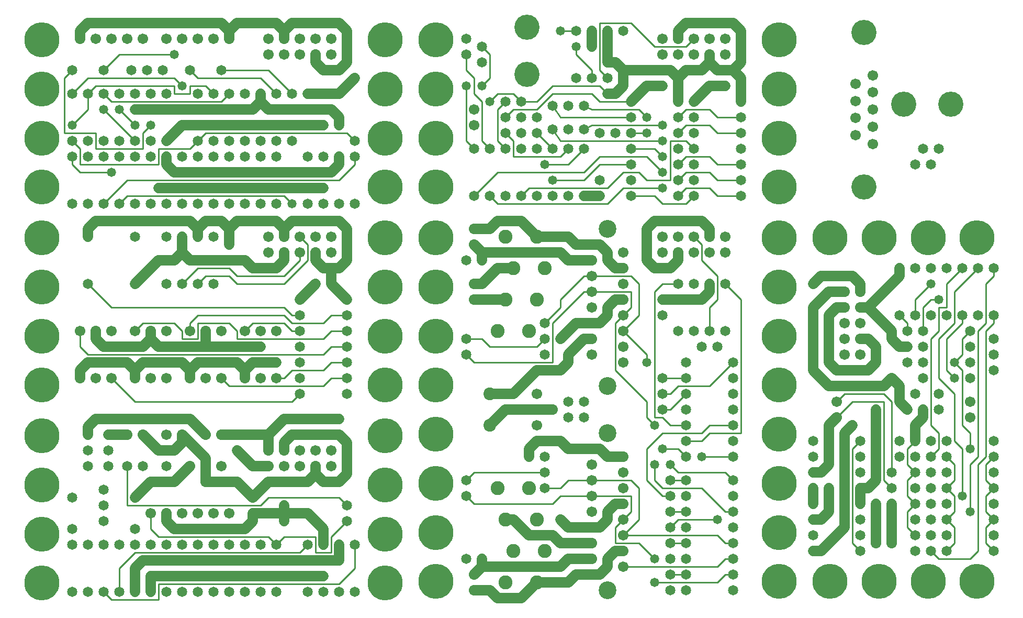
<source format=gtl>
%MOIN*%
%FSLAX25Y25*%
G04 D10 used for Character Trace; *
G04     Circle (OD=.01000) (No hole)*
G04 D11 used for Power Trace; *
G04     Circle (OD=.06500) (No hole)*
G04 D12 used for Signal Trace; *
G04     Circle (OD=.01100) (No hole)*
G04 D13 used for Via; *
G04     Circle (OD=.05800) (Round. Hole ID=.02800)*
G04 D14 used for Component hole; *
G04     Circle (OD=.06500) (Round. Hole ID=.03500)*
G04 D15 used for Component hole; *
G04     Circle (OD=.06700) (Round. Hole ID=.04300)*
G04 D16 used for Component hole; *
G04     Circle (OD=.08100) (Round. Hole ID=.05100)*
G04 D17 used for Component hole; *
G04     Circle (OD=.08900) (Round. Hole ID=.05900)*
G04 D18 used for Component hole; *
G04     Circle (OD=.11300) (Round. Hole ID=.08300)*
G04 D19 used for Component hole; *
G04     Circle (OD=.16000) (Round. Hole ID=.13000)*
G04 D20 used for Component hole; *
G04     Circle (OD=.18300) (Round. Hole ID=.15300)*
G04 D21 used for Component hole; *
G04     Circle (OD=.22291) (Round. Hole ID=.19291)*
%ADD10C,.01000*%
%ADD11C,.06500*%
%ADD12C,.01100*%
%ADD13C,.05800*%
%ADD14C,.06500*%
%ADD15C,.06700*%
%ADD16C,.08100*%
%ADD17C,.08900*%
%ADD18C,.11300*%
%ADD19C,.16000*%
%ADD20C,.18300*%
%ADD21C,.22291*%
%IPPOS*%
%LPD*%
G90*X0Y0D02*D21*X15625Y15625D03*D14*              
X35000Y10000D03*Y40000D03*D21*X15625Y46875D03*D14*
X45000Y10000D03*Y40000D03*X35000Y50000D03*        
X55000Y55000D03*Y10000D03*D12*X60000Y5000D01*     
X90000D01*Y15000D01*X205000D01*X215000Y25000D01*  
Y40000D01*D14*D03*D11*X175000Y30000D02*X205000D01*
D14*X175000D03*D11*X95000D01*D13*D03*D11*         
X80000D01*X75000Y25000D01*Y10000D01*D14*D03*D11*  
X85000Y20000D02*Y10000D01*D14*D03*X95000D03*D11*  
X85000Y20000D02*X175000D01*D14*D03*D11*X195000D01*
D13*D03*D14*X205000Y10000D03*D11*Y40000D02*       
Y30000D01*D14*Y40000D03*D12*X200000Y45000D02*     
Y35000D01*X190000D01*Y45000D01*X170000D01*        
X165000Y40000D01*D14*D03*D12*X160000Y45000D01*    
X90000D01*X85000Y50000D01*Y60000D01*D15*D03*D14*  
X75000Y70000D03*D11*X85000Y80000D01*X95000D01*D14*
D03*D11*X100000D01*X110000Y90000D01*D15*D03*      
X120000Y80000D03*D11*Y95000D01*X105000Y110000D01* 
D15*D03*D11*Y105000D01*X100000Y100000D01*         
X90000D01*X80000Y110000D01*D15*D03*X70000D03*D11* 
X58000D01*D14*D03*X45000Y100000D03*D11*Y115000D02*
Y110000D01*D14*D03*D11*Y115000D02*                
X50000Y120000D01*X110000D01*X120000Y110000D01*D15*
D03*X130000D03*D11*X160000D01*Y100000D01*D15*D03* 
X170000Y90000D03*D11*X140000Y100000D02*           
X150000Y90000D01*D13*X140000Y100000D03*D11*       
X150000Y90000D02*X160000D01*D15*D03*              
X170000Y100000D03*D11*Y105000D01*                 
X175000Y110000D01*X205000D01*X210000Y105000D01*   
Y85000D01*X205000Y80000D01*X195000D01*            
X190000Y85000D01*X185000Y80000D01*X160000D01*     
X150000Y70000D01*D14*D03*D11*X140000Y80000D01*    
X120000D01*D15*X130000Y90000D03*X105000Y60000D03* 
X115000D03*X125000D03*X135000D03*D11*X95000D02*   
Y55000D01*D15*Y60000D03*D11*Y55000D02*            
X100000Y50000D01*X145000D01*X150000Y55000D01*     
Y60000D01*D14*D03*D11*X170000D01*Y65000D01*D14*   
D03*D11*Y60000D02*Y55000D01*D14*D03*D11*Y60000D02*
X185000D01*X195000Y50000D01*Y40000D01*D14*D03*D12*
X200000Y45000D02*X210000Y55000D01*D14*D03*        
Y65000D03*D12*X205000Y70000D01*X160000D01*        
X155000Y65000D01*X70000D01*Y90000D01*D14*D03*     
X80000D03*X55000Y75000D03*X58000Y100000D03*       
Y90000D03*X55000Y65000D03*X95000Y90000D03*        
X45000D03*D15*X95000Y110000D03*D14*               
X35000Y70000D03*X75000Y50000D03*X55000Y40000D03*  
X65000D03*X75000D03*X85000D03*X95000D03*          
X105000D03*X115000D03*X125000D03*D21*             
X15625Y109375D03*D12*X65000Y25000D02*             
X75000Y35000D01*X65000Y25000D02*Y10000D01*D14*D03*
D12*X75000Y35000D02*X180000D01*X185000Y40000D01*  
D14*D03*X215000Y10000D03*X155000D03*X165000D03*   
X155000Y40000D03*X185000Y10000D03*X195000D03*     
X145000Y40000D03*Y10000D03*D11*X190000Y90000D02*  
Y85000D01*D15*Y90000D03*X200000Y100000D03*        
X180000D03*X200000Y90000D03*X190000Y100000D03*    
X180000Y90000D03*D11*X160000Y110000D02*           
X170000Y120000D01*X205000D01*D13*D03*D21*         
X234375Y109375D03*Y78125D03*Y46875D03*D14*        
X135000Y40000D03*D21*X234375Y15625D03*D14*        
X105000Y10000D03*X115000D03*X125000D03*X135000D03*
D21*X15625Y78125D03*G90*X0Y1000D02*D12*           
X60000Y146000D02*X75000Y131000D01*D15*            
X60000Y146000D03*D11*Y156000D02*X70000D01*D13*    
X60000D03*D11*X45000D01*X40000Y151000D01*         
Y146000D01*D15*D03*X50000D03*D12*X40000Y166000D02*
X45000Y161000D01*X40000Y176000D02*Y166000D01*D15* 
Y176000D03*D11*X50000D02*Y171000D01*D15*          
Y176000D03*D11*Y171000D02*X55000Y166000D01*       
X80000D01*X85000Y171000D01*Y176000D01*D15*D03*D12*
X75000D02*X80000Y181000D01*D15*X75000Y176000D03*  
D12*X80000Y181000D02*X100000D01*X105000Y176000D01*
Y171000D01*X115000D01*Y181000D01*X135000D01*      
X140000Y176000D01*Y171000D01*X195000D01*          
X200000Y176000D01*X210000D01*D14*D03*D12*         
X195000Y181000D02*X200000Y186000D01*              
X175000Y181000D02*X195000D01*X170000Y186000D02*   
X175000Y181000D01*X115000Y186000D02*X170000D01*   
X110000Y181000D02*X115000Y186000D01*              
X110000Y181000D02*Y176000D01*D15*D03*D11*         
X90000Y166000D02*X120000D01*X85000Y171000D02*     
X90000Y166000D01*D15*X95000Y176000D03*D11*        
X70000Y156000D02*X75000Y151000D01*Y146000D01*D15* 
D03*D11*Y151000D02*X80000Y156000D01*X95000D01*D13*
D03*D11*X105000D01*X110000Y151000D01*Y146000D01*  
D15*D03*D11*Y151000D02*X115000Y156000D01*         
X130000D01*D13*D03*D11*X140000D01*                
X145000Y151000D01*Y146000D01*D15*D03*D11*         
Y151000D02*X150000Y156000D01*X165000D01*D13*D03*  
X155000Y166000D03*D11*X120000D01*Y176000D01*D15*  
D03*X130000D03*X145000D03*D12*X150000Y181000D01*  
X170000D01*X175000Y176000D01*X180000D01*D14*D03*  
Y186000D03*D12*X175000D01*X170000Y191000D01*      
X60000D01*X45000Y206000D01*D14*D03*               
X75000Y236000D03*D21*X15625Y235375D03*D14*        
X75000Y206000D03*D11*X90000Y221000D01*X100000D01* 
X105000Y226000D01*Y236000D01*D14*D03*D11*         
X50000Y246000D02*X110000D01*X45000Y241000D02*     
X50000Y246000D01*X45000Y241000D02*Y236000D01*D14* 
D03*D21*X15625Y204125D03*D14*X95000Y206000D03*    
Y236000D03*X105000Y206000D03*D12*                 
X115000Y216000D01*X135000D01*X140000Y211000D01*   
X170000D01*X180000Y221000D01*Y226000D01*D15*D03*  
D12*X170000Y206000D02*X185000Y221000D01*          
X140000Y206000D02*X170000D01*X135000Y211000D02*   
X140000Y206000D01*X120000Y211000D02*X135000D01*   
X115000Y206000D02*X120000Y211000D01*D14*          
X115000Y206000D03*X125000D03*D11*                 
X105000Y226000D02*X110000Y221000D01*X135000D01*   
D14*D03*D11*X145000D01*X150000Y216000D01*         
X165000D01*X170000Y221000D01*Y226000D01*D15*D03*  
X180000Y236000D03*D12*X185000Y231000D01*          
Y221000D01*D15*X190000Y226000D03*D11*Y221000D01*  
X195000Y216000D01*X200000D01*Y206000D01*D14*D03*  
D11*X210000Y196000D01*D14*D03*D12*                
X200000Y186000D02*X210000D01*D14*D03*             
X190000Y206000D03*D11*X180000Y196000D01*D14*D03*  
D11*X200000Y216000D02*X205000D01*                 
X210000Y221000D01*Y241000D01*X205000Y246000D01*   
X175000D01*X170000Y241000D01*X165000Y246000D01*   
X140000D01*X135000Y241000D01*X130000Y246000D01*   
X120000D01*X115000Y241000D01*X110000Y246000D01*   
X115000Y241000D02*Y236000D01*D14*D03*X125000D03*  
X135000Y231000D03*D11*Y241000D01*D15*             
X160000Y226000D03*Y236000D03*X170000D03*D11*      
Y241000D01*D15*X190000Y236000D03*                 
X200000Y226000D03*Y236000D03*D21*                 
X234375Y204125D03*D15*X155000Y176000D03*D21*      
X234375Y235375D03*D15*X165000Y176000D03*D21*      
X234375Y172875D03*D14*X180000Y166000D03*D12*      
X195000Y161000D02*X200000Y166000D01*              
X45000Y161000D02*X195000D01*D15*X60000Y176000D03* 
D12*X75000Y131000D02*X175000D01*X180000Y136000D01*
D14*D03*D12*X165000Y146000D02*X170000D01*D15*     
X165000D03*D12*X170000D02*X175000Y151000D01*      
X195000D01*X200000Y156000D01*X210000D01*D14*D03*  
D12*X200000Y166000D02*X210000D01*D14*D03*D12*     
X195000Y141000D02*X200000Y146000D01*              
X135000Y141000D02*X195000D01*X130000Y146000D02*   
X135000Y141000D01*D15*X130000Y146000D03*          
X120000D03*X155000D03*X95000D03*X85000D03*D14*    
X180000D03*Y156000D03*D12*X200000Y146000D02*      
X210000D01*D14*D03*Y136000D03*D21*                
X234375Y141625D03*X15625Y172875D03*Y141625D03*G90*
X0Y2000D02*D14*X215000Y257000D03*X205000D03*      
X195000D03*X185000D03*D13*X175000D03*D12*         
X170000Y262000D01*X70000D01*X65000Y257000D01*D14* 
D03*X75000D03*X55000D03*D12*X70000Y272000D01*     
X205000D01*X215000Y282000D01*Y287000D01*D14*D03*  
Y297000D03*D12*X210000Y302000D01*X120000D01*      
X115000Y297000D01*D14*D03*D12*X110000Y292000D01*  
X90000D01*Y282000D01*X40000D01*Y292000D01*        
X35000Y297000D01*D14*D03*D12*X30000Y337000D02*    
Y302000D01*Y337000D02*X35000Y342000D01*D14*D03*   
D12*Y327000D02*X45000Y337000D01*D14*              
X35000Y327000D03*D12*Y307000D02*X45000Y317000D01* 
D13*X35000Y307000D03*D12*X30000Y302000D02*        
X50000D01*Y292000D01*X80000D01*Y302000D01*        
X85000Y307000D01*D13*D03*D14*X95000Y297000D03*D11*
X105000Y307000D01*D14*D03*D11*X175000D01*D13*D03* 
D11*X185000D01*D14*D03*D11*X195000D01*D14*D03*    
X185000Y317000D03*D11*X160000D01*                 
X155000Y322000D01*X150000Y317000D01*X105000D01*   
D14*D03*D11*X75000D01*D13*D03*D14*                
X85000Y327000D03*X65000D03*X75000D03*D13*         
X65000Y317000D03*D12*X75000Y307000D01*D13*D03*D14*
X85000Y297000D03*X65000D03*X75000D03*D12*         
X55000Y317000D01*D13*D03*D12*Y327000D02*          
X60000Y322000D01*D14*X55000Y327000D03*D12*        
X60000Y322000D02*X130000D01*X135000Y327000D01*D14*
D03*X145000D03*X125000D03*D12*X120000Y332000D01*  
X110000D01*Y327000D01*X100000D01*Y332000D01*      
X50000D01*X45000Y327000D01*D14*D03*D12*Y317000D01*
Y337000D02*X100000D01*X105000Y332000D01*D13*D03*  
D14*X115000Y327000D03*X110000Y342000D03*D12*      
X115000Y337000D01*X155000D01*X165000Y327000D01*   
D14*D03*X175000D03*D12*X160000Y342000D01*         
X130000D01*D14*D03*D15*X135000Y362000D03*D11*     
Y367000D01*X130000Y372000D01*X60000D01*D13*D03*   
D11*X45000D01*X40000Y367000D01*Y362000D01*D15*D03*
X50000D03*X60000D03*D14*X55000Y342000D03*D12*     
X65000Y352000D01*X100000D01*D13*D03*D14*          
X92500Y342000D03*D15*X105000Y362000D03*X95000D03* 
X115000D03*X80000D03*D14*X82500Y342000D03*        
X95000Y327000D03*D15*X125000Y362000D03*X70000D03* 
D14*X72500Y342000D03*D11*X135000Y367000D02*       
X140000Y372000D01*X165000D01*X170000Y367000D01*   
Y362000D01*D15*D03*D11*Y367000D02*                
X175000Y372000D01*X205000D01*X210000Y367000D01*   
Y347000D01*X205000Y342000D01*D13*D03*D11*         
X195000D01*X190000Y347000D01*Y352000D01*D15*D03*  
X200000Y362000D03*X180000D03*X200000Y352000D03*   
X190000Y362000D03*X180000Y352000D03*X170000D03*   
D14*X215000Y337000D03*D11*X205000Y327000D01*      
X195000D01*D13*D03*D11*X185000D01*D13*D03*D11*    
Y317000D02*X200000D01*X205000Y312000D01*          
Y307000D01*D14*D03*X185000Y287000D03*X195000D03*  
X205000D03*D11*Y282000D01*X200000Y277000D01*      
X175000D01*D14*D03*D11*X100000D01*                
X95000Y282000D01*Y287000D01*D14*D03*X105000D03*   
X85000D03*D13*X90000Y267000D03*D11*X175000D01*D10*
X176914Y267837D02*X177871Y267000D01*X172129D01*   
Y267837D02*Y266163D01*D14*X175000Y267000D03*D11*  
X195000D01*D13*D03*D10*X176914Y267837D02*         
X177871Y267000D01*X172129D01*Y267837D02*          
Y266163D01*D14*X165000Y297000D03*Y287000D03*      
Y257000D03*X175000Y297000D03*X155000D03*          
Y287000D03*D21*X234375Y267625D03*D14*             
X155000Y257000D03*D21*X234375Y298875D03*D14*      
X145000Y297000D03*Y287000D03*Y257000D03*D11*      
X155000Y327000D02*Y322000D01*D14*Y327000D03*D15*  
X160000Y352000D03*D14*X125000Y297000D03*          
X135000D03*D15*X160000Y362000D03*D14*             
X115000Y287000D03*X125000D03*X135000D03*          
X85000Y257000D03*X95000D03*X105000D03*X115000D03* 
X125000D03*X135000D03*D21*X234375Y330125D03*      
Y361375D03*D14*X75000Y287000D03*X65000D03*D13*    
X60000Y277000D03*D12*X40000D01*X35000Y282000D01*  
Y287000D01*D14*D03*X45000Y297000D03*Y287000D03*   
D21*X15625Y267625D03*Y298875D03*D14*              
X55000Y287000D03*Y297000D03*X35000Y257000D03*     
X45000D03*D21*X15625Y330125D03*Y361375D03*G90*    
X1000Y1000D02*X266625Y16625D03*Y47875D03*         
Y79125D03*Y110375D03*Y141625D03*Y172875D03*       
Y204125D03*Y235375D03*D14*X286000Y31000D03*       
Y71000D03*D12*X291000Y66000D01*X341000D01*        
X346000Y71000D01*X366000D01*D15*D03*D12*          
X391000D01*Y61000D01*X386000Y56000D01*D15*D03*D12*
X381000Y51000D01*Y41000D01*X396000D01*            
X406000Y31000D01*D13*D03*D14*X416000Y21000D03*D12*
X426000D01*D14*D03*X416000Y31000D03*Y11000D03*    
X426000Y31000D03*Y11000D03*D12*X406000Y16000D02*  
X446000D01*D13*X406000D03*D15*X386000Y36000D03*   
D11*X381000D01*X376000Y31000D01*Y26000D01*        
X371000Y21000D01*X356000D01*X351000Y16000D01*     
X331000D01*D17*D03*D11*X321000Y6000D01*X306000D01*
X301000Y11000D01*X291000D01*D15*D03*Y21000D03*D11*
X296000Y26000D01*Y31000D01*D14*D03*D11*Y26000D02* 
X346000D01*D13*D03*D11*X351000Y31000D01*          
X366000D01*D15*D03*Y41000D03*D11*X346000D01*      
X341000Y46000D01*X326000D01*X316000Y56000D01*     
X311000D01*D17*D03*X326000Y76000D03*              
X331000Y56000D03*X306000Y76000D03*                
X316000Y36000D03*D14*X286000Y81000D03*D12*        
X291000Y86000D01*X336000D01*D14*D03*D12*Y76000D02*
X346000D01*D14*X336000D03*D12*X346000D02*         
X351000Y81000D01*X366000D01*D15*D03*D12*          
X391000D01*X396000Y76000D01*Y56000D01*            
X386000Y46000D01*D15*D03*D12*X446000D01*          
X451000Y41000D01*X456000D01*D14*D03*D12*          
X446000Y26000D02*X451000Y31000D01*                
X386000Y26000D02*X446000D01*D15*X386000D03*D18*   
X376000Y11000D03*D11*X366000Y51000D02*X371000D01* 
D15*X366000D03*D11*X351000D01*X346000Y56000D01*   
D13*D03*D17*X336000Y36000D03*D15*X366000Y61000D03*
D11*X371000Y51000D02*X376000Y56000D01*Y61000D01*  
X381000Y66000D01*X386000D01*D15*D03*Y76000D03*D12*
X401000Y101000D02*Y81000D01*Y101000D02*           
X411000Y111000D01*X436000D01*X441000Y116000D01*   
X456000D01*D14*D03*D12*X441000Y111000D02*         
X461000D01*X436000Y106000D02*X441000Y111000D01*   
X426000Y106000D02*X436000D01*D14*X426000D03*D12*  
X411000Y101000D02*X421000D01*D13*X411000D03*      
X406000Y91000D03*D12*Y81000D01*X411000Y76000D01*  
X436000D01*X451000Y61000D01*X456000D01*D14*D03*   
Y71000D03*Y51000D03*D13*X446000Y56000D03*D12*     
X421000D01*X416000Y51000D01*D14*D03*              
X426000Y41000D03*D12*X416000D01*D14*D03*          
X426000Y51000D03*Y61000D03*D12*X416000D01*D14*D03*
X426000Y71000D03*X416000D03*D12*X411000D01*       
X401000Y81000D01*D15*X386000Y96000D03*D11*        
X376000D01*X371000Y101000D01*X351000D01*          
X346000Y106000D01*X331000D01*X326000Y101000D01*   
Y96000D01*D14*D03*X336000D03*D15*                 
X331000Y116000D03*D14*X351000Y121000D03*D16*      
X301000Y116000D03*D11*X311000Y126000D01*          
X321000D01*D13*D03*D11*X341000D01*D15*D03*        
X331000Y136000D03*D14*X351000Y131000D03*          
X361000Y121000D03*Y131000D03*D11*                 
X301000Y136000D02*X316000D01*D16*X301000D03*D11*  
X316000D02*X331000Y151000D01*X336000D01*D14*D03*  
D11*X346000D01*X351000Y156000D01*Y161000D01*      
X361000Y171000D01*X366000D01*D15*D03*D11*         
X346000D02*X356000Y181000D01*D13*                 
X346000Y171000D03*D11*X356000Y181000D02*          
X366000D01*D15*D03*D11*X371000D01*                
X376000Y186000D01*Y191000D01*X381000Y196000D01*   
X386000D01*D15*D03*D12*Y186000D02*                
X391000Y191000D01*D15*X386000Y186000D03*D12*      
X381000Y181000D01*Y151000D01*X401000Y131000D01*   
Y121000D01*X406000Y116000D01*D13*D03*D12*         
Y121000D02*X411000D01*X406000Y201000D02*          
Y121000D01*Y201000D02*X411000Y206000D01*          
X421000D01*D14*D03*X411000Y196000D03*D11*         
X436000D01*X441000Y201000D01*Y206000D01*D14*D03*  
D12*X436000Y221000D02*X446000Y211000D01*          
X436000Y231000D02*Y221000D01*X431000Y236000D02*   
X436000Y231000D01*D15*X431000Y236000D03*          
X441000Y226000D03*X421000D03*D11*Y221000D01*      
X416000Y216000D01*X406000D01*X401000Y221000D01*   
Y241000D01*X406000Y246000D01*X436000D01*          
X441000Y241000D01*Y236000D01*D15*D03*             
X451000Y226000D03*X431000D03*X451000Y236000D03*   
X421000D03*D12*X446000Y211000D02*Y196000D01*      
X441000Y191000D01*Y176000D01*D14*D03*             
X436000Y166000D03*X451000Y176000D03*X431000D03*   
X446000Y166000D03*D12*X451000Y206000D02*          
X461000Y196000D01*D14*X451000Y206000D03*D12*      
X461000Y196000D02*Y111000D01*D14*                 
X456000Y106000D03*Y96000D03*D12*X436000D01*D13*   
D03*D14*X426000D03*D12*X421000Y101000D01*D13*     
X416000Y91000D03*D12*X421000Y86000D01*X451000D01* 
X456000Y81000D01*D14*D03*D21*X485375Y110375D03*   
Y79125D03*D14*X426000Y81000D03*D12*X416000D01*D14*
D03*D15*X386000Y86000D03*D14*X426000Y116000D03*   
D12*X416000D01*X411000Y121000D01*Y126000D02*      
X416000D01*D14*X411000D03*D12*X416000D02*         
X426000Y136000D01*D14*D03*D12*X416000D02*         
X421000Y141000D01*X411000Y136000D02*X416000D01*   
D14*X411000D03*Y146000D03*D12*X426000D01*D14*D03* 
D12*X421000Y141000D02*X441000D01*                 
X456000Y156000D01*D14*D03*Y146000D03*Y136000D03*  
X426000Y126000D03*D21*X485375Y141625D03*D14*      
X426000Y156000D03*X456000Y126000D03*D21*          
X485375Y172875D03*D14*X421000Y176000D03*          
X411000Y186000D03*D21*X485375Y204125D03*D14*      
X431000Y206000D03*D12*X386000Y176000D02*          
X401000Y161000D01*D15*X386000Y176000D03*D12*      
X396000Y186000D01*Y206000D01*X391000Y211000D01*   
X366000D01*D15*D03*D12*X361000D01*                
X346000Y196000D01*Y191000D01*X336000Y181000D01*   
D14*D03*D12*X341000D02*Y156000D01*X291000D01*     
X286000Y161000D01*D14*D03*D12*Y171000D02*         
X296000D01*D14*X286000D03*D12*X296000D02*         
X301000Y166000D01*X331000D01*X336000Y171000D01*   
D14*D03*D12*X341000Y181000D02*X361000Y201000D01*  
X366000D01*D15*D03*D12*X391000D01*Y191000D01*D15* 
X386000Y206000D03*Y166000D03*X366000Y191000D03*   
X386000Y216000D03*D11*X381000D01*                 
X376000Y221000D01*Y226000D01*X371000Y231000D01*   
X356000D01*X351000Y236000D01*X331000D01*D17*D03*  
D11*X321000Y246000D01*X306000D01*                 
X301000Y241000D01*X291000D01*D15*D03*Y231000D03*  
D11*X296000Y226000D01*Y221000D01*D14*D03*D11*     
Y226000D02*X346000D01*X351000Y221000D01*          
X366000D01*D15*D03*D18*X376000Y241000D03*D15*     
X386000Y226000D03*D17*X336000Y216000D03*          
X331000Y196000D03*X326000Y176000D03*D15*          
X411000Y226000D03*Y236000D03*D17*                 
X316000Y216000D03*D11*X306000D01*                 
X296000Y206000D01*X291000D01*D15*D03*Y196000D03*  
D11*X311000D01*D17*D03*X306000Y176000D03*D14*     
X286000Y221000D03*X336000Y161000D03*D17*          
X311000Y236000D03*D15*X366000Y161000D03*D18*      
X376000Y141000D03*D15*X386000Y156000D03*D18*      
X376000Y111000D03*D13*X401000Y156000D03*D12*      
Y161000D01*D15*X366000Y91000D03*D21*              
X485375Y235375D03*Y47875D03*D12*X451000Y31000D02* 
X456000D01*D14*D03*D12*X446000Y16000D02*          
X451000Y21000D01*X456000D01*D14*D03*Y11000D03*D21*
X485375Y16625D03*D17*X311000Y16000D03*G90*        
X1000Y2000D02*D21*X266625Y267625D03*D14*          
X291000Y292000D03*D12*X286000Y297000D01*          
Y332000D01*D13*D03*D12*X291000Y337000D02*         
Y327000D01*X286000Y342000D02*X291000Y337000D01*   
X286000Y352000D02*Y342000D01*D14*Y352000D03*      
X296000Y347000D03*X286000Y362000D03*              
X296000Y357000D03*D12*X301000Y352000D01*          
Y337000D01*X296000Y332000D01*D13*D03*D12*         
X291000Y327000D02*X296000Y322000D01*Y297000D01*   
X301000Y292000D01*D14*D03*D12*X306000Y317000D02*  
Y297000D01*Y317000D02*X311000Y322000D01*D14*D03*  
D12*Y312000D02*X316000Y317000D01*D14*             
X311000Y312000D03*D12*X316000Y317000D02*          
X331000D01*X341000Y327000D01*X366000D01*          
X371000Y322000D01*X391000D01*D14*D03*D11*         
X401000Y332000D01*X411000D01*D14*D03*             
X421000Y322000D03*D11*Y332000D01*D14*D03*D11*     
Y337000D01*X416000Y342000D01*X386000D01*          
X381000Y347000D01*X376000D01*D13*D03*D11*         
Y367000D01*D14*D03*D12*X371000Y372000D02*         
Y342000D01*X376000Y337000D01*D14*D03*D12*         
X341000Y332000D02*X371000D01*X331000Y322000D02*   
X341000Y332000D01*X321000Y322000D02*X331000D01*   
D14*X321000D03*D12*X316000Y327000D01*X306000D01*  
X301000Y322000D01*D13*D03*D15*X291000Y317000D03*  
Y307000D03*D14*X321000Y302000D03*Y312000D03*      
X311000Y302000D03*D12*X316000Y297000D01*          
Y287000D01*X346000D01*X351000Y292000D01*D14*D03*  
D12*X341000Y304500D02*X346000Y297000D01*D14*      
X341000Y304500D03*D12*X346000Y297000D02*          
X411000D01*D13*D03*D12*X391000Y292000D02*         
X406000D01*D14*X391000D03*D13*X401000Y302000D03*  
D12*X391000D01*D14*D03*D13*X401000Y312000D03*D12* 
X396000Y317000D01*X366000D01*X361000Y319500D01*   
D14*D03*X351000D03*D12*X361000Y304500D02*         
X366000Y307000D01*D14*X361000Y304500D03*D12*      
X366000Y307000D02*X411000D01*D13*D03*D14*         
X421000Y302000D03*D12*X426000Y307000D01*          
X441000D01*X446000Y302000D01*X461000D01*D14*D03*  
Y312000D03*D12*X446000D01*X441000Y317000D01*      
X426000D01*X421000Y312000D01*D14*D03*             
X431000Y302000D03*Y322000D03*D11*                 
X441000Y332000D01*X451000D01*D14*D03*             
X461000Y322000D03*D11*Y332000D01*D14*D03*D11*     
Y337000D01*X456000Y342000D01*X446000D01*          
X441000Y347000D01*X436000Y342000D01*X426000D01*   
X421000Y337000D01*D15*X431000Y352000D03*          
X421000D03*X411000D03*D12*X406000Y357000D02*      
X426000D01*X391000Y372000D02*X406000Y357000D01*   
X371000Y372000D02*X391000D01*D14*                 
X366000Y367000D03*D11*Y357000D01*D13*D03*D14*     
X356000Y367000D03*D12*X346000D01*D13*D03*         
X356000Y357000D03*D12*Y352000D01*                 
X366000Y342000D01*Y337000D01*D14*D03*D12*         
X371000Y332000D02*X376000Y327000D01*D13*D03*D11*  
X381000D01*X386000Y332000D01*Y337000D01*D14*D03*  
D11*Y342000D01*D14*Y367000D03*D15*                
X411000Y362000D03*D14*X356000Y337000D03*          
X391000Y312000D03*D12*X346000D01*                 
X341000Y319500D01*D14*D03*X331000Y312000D03*      
Y302000D03*D12*X341000Y292000D01*D14*D03*D12*     
X336000Y282000D02*X351000D01*D13*X336000D03*D14*  
X331000Y292000D03*D13*X341000Y272000D03*D12*      
X361000D01*X371000Y282000D01*X391000D01*D14*D03*  
D12*X386000Y277000D02*X396000D01*                 
X376000Y267000D02*X386000Y277000D01*              
X326000Y267000D02*X376000D01*X321000Y262000D02*   
X326000Y267000D01*D14*X321000Y262000D03*          
X331000D03*X311000D03*D12*X291000D02*             
X306000Y277000D01*D14*X291000Y262000D03*          
X301000D03*D12*X306000Y257000D01*X376000D01*      
X386000Y267000D01*X411000D01*D13*D03*D12*         
X401000Y272000D02*X416000D01*X396000Y277000D02*   
X401000Y272000D01*D14*X391000D03*D12*             
X371000Y287000D02*X401000D01*X361000Y277000D02*   
X371000Y287000D01*X306000Y277000D02*X361000D01*   
D14*X321000Y292000D03*X311000D03*D12*             
X306000Y297000D01*D14*X341000Y262000D03*D21*      
X266625Y330125D03*Y298875D03*D14*                 
X351000Y262000D03*D19*X324500Y339500D03*D12*      
X351000Y282000D02*X361000Y292000D01*D14*D03*      
X371000Y302000D03*X351000Y304500D03*              
X381000Y302000D03*X371000Y272000D03*              
X391000Y262000D03*D12*X406000D01*                 
X411000Y257000D01*X426000D01*X431000Y262000D01*   
D14*D03*D12*X421000D02*X426000Y267000D01*D14*     
X421000Y262000D03*D12*X426000Y267000D02*          
X441000D01*X446000Y262000D01*X461000D01*D14*D03*  
Y272000D03*D12*X446000D01*X441000Y277000D01*      
X426000D01*X421000Y272000D01*D14*D03*D12*         
X416000Y297000D02*Y272000D01*Y297000D02*          
X426000D01*X431000Y292000D01*D14*D03*D12*         
X421000Y282000D02*X426000Y287000D01*D14*          
X421000Y282000D03*D12*X426000Y287000D02*          
X441000D01*X446000Y282000D01*X461000D01*D14*D03*  
Y292000D03*D21*X485375Y267625D03*Y298875D03*D14*  
X431000Y312000D03*Y282000D03*Y272000D03*          
X421000Y292000D03*D21*X485375Y330125D03*D13*      
X411000Y287000D03*D12*X406000Y292000D01*          
X401000Y287000D02*X411000Y277000D01*D13*D03*D14*  
X371000Y262000D03*D11*X361000D01*D14*D03*D11*     
X441000Y352000D02*Y347000D01*D15*Y352000D03*      
X451000Y362000D03*X431000D03*D12*                 
X426000Y357000D01*D15*X421000Y362000D03*D11*      
Y367000D01*X426000Y372000D01*X456000D01*          
X461000Y367000D01*Y347000D01*X456000Y342000D01*   
D15*X451000Y352000D03*X441000Y362000D03*D21*      
X485375Y361375D03*D19*X324500Y369500D03*D21*      
X266625Y361375D03*G90*X2000Y1000D02*D14*          
X507000Y36000D03*D11*X512000D01*X527000Y51000D01* 
Y111000D01*X532000Y116000D01*D13*D03*D15*         
X522000Y121000D03*D11*X517000Y116000D01*Y91000D01*
X512000Y86000D01*X507000D01*D14*D03*D13*          
X517000Y76000D03*D11*Y61000D01*X512000Y56000D01*  
X507000D01*D14*D03*Y66000D03*D11*Y76000D01*D14*   
D03*Y96000D03*D12*X532000Y41000D02*Y101000D01*    
X537000Y36000D02*X532000Y41000D01*D14*            
X537000Y36000D03*Y46000D03*D15*X547000Y41000D03*  
D11*Y66000D01*D14*D03*X557000Y76000D03*D12*       
X552000Y81000D01*Y131000D01*X532000D01*           
X522000Y121000D01*D15*Y131000D03*D12*             
X527000Y136000D01*X552000D01*X557000Y131000D01*   
Y86000D01*D14*D03*D13*X547000Y96000D03*D11*       
Y81000D01*X542000Y76000D01*X537000D01*D14*D03*D11*
Y66000D01*D14*D03*Y56000D03*X557000Y66000D03*D11* 
Y41000D01*D15*D03*D12*X572000Y46000D02*           
X567000Y51000D01*D14*X572000Y46000D03*D12*        
X567000Y51000D02*Y61000D01*X572000Y66000D01*D14*  
D03*D12*X567000Y71000D01*Y81000D01*               
X572000Y86000D01*D14*D03*D12*X567000Y91000D01*    
Y101000D01*X572000Y106000D01*D14*D03*D11*         
Y116000D01*X577000Y121000D01*Y126000D01*D14*D03*  
X587000Y136000D03*Y126000D03*X567000D03*D11*      
X562000Y131000D01*Y141000D01*X557000Y146000D01*   
D13*D03*D11*X552000Y141000D01*X517000D01*         
X507000Y151000D01*Y191000D01*X517000Y201000D01*   
X527000D01*D15*D03*X537000Y191000D03*D11*         
X542000D01*X557000Y176000D01*D14*D03*D11*         
Y171000D01*X562000Y166000D01*X567000D01*D14*D03*  
X577000Y156000D03*Y176000D03*D12*Y191000D01*      
X582000Y196000D01*X587000D01*D13*D03*D12*         
Y191000D02*X592000D01*X587000Y176000D02*          
Y191000D01*X582000Y171000D02*X587000Y176000D01*   
X582000Y116000D02*Y171000D01*X587000Y111000D02*   
X582000Y116000D01*X587000Y101000D02*Y111000D01*   
X582000Y96000D02*X587000Y101000D01*D14*           
X582000Y96000D03*X592000Y86000D03*Y106000D03*     
Y96000D03*D12*X597000Y91000D01*Y81000D01*         
X592000Y76000D01*D14*D03*D12*X597000Y71000D01*    
Y61000D01*X592000Y56000D01*D14*D03*D12*           
X597000Y51000D01*Y41000D01*X592000Y36000D01*D14*  
D03*D12*X587000Y31000D02*X607000D01*              
X612000Y36000D01*Y91000D01*X617000Y96000D01*      
Y176000D01*X622000Y181000D01*Y186000D01*D14*D03*  
D12*X612000Y176000D02*X617000Y181000D01*          
X612000Y96000D02*Y176000D01*X607000Y91000D02*     
X612000Y96000D01*X607000Y61000D02*Y91000D01*D13*  
Y61000D03*D12*X617000Y41000D02*Y51000D01*         
X622000Y36000D02*X617000Y41000D01*D14*            
X622000Y36000D03*Y46000D03*D12*X617000Y51000D02*  
X622000Y56000D01*D14*D03*D12*X617000Y61000D01*    
Y71000D01*X622000Y76000D01*D14*D03*D12*           
X617000Y81000D01*Y91000D01*X622000Y96000D01*D14*  
D03*Y106000D03*Y86000D03*D12*X607000Y101000D02*   
Y111000D01*D13*Y101000D03*D12*X602000Y71000D02*   
Y101000D01*D13*Y71000D03*D14*X592000Y66000D03*    
X582000Y86000D03*X622000Y66000D03*                
X582000Y76000D03*Y66000D03*Y56000D03*Y46000D03*   
X592000D03*X572000Y96000D03*Y76000D03*D12*        
X602000Y101000D02*X597000Y106000D01*Y136000D01*   
X587000Y146000D01*Y171000D01*X597000Y181000D01*   
Y201000D01*X612000Y216000D01*D14*D03*D12*         
X617000Y206000D02*X622000Y211000D01*              
X617000Y181000D02*Y206000D01*D14*                 
X612000Y186000D03*X607000Y176000D03*D12*          
X602000Y171000D01*Y161000D01*X597000Y156000D01*   
D13*D03*D12*X602000Y151000D01*Y116000D01*         
X607000Y111000D01*D15*Y121000D03*Y131000D03*D14*  
X582000Y106000D03*X572000Y136000D03*              
X607000Y146000D03*D13*X597000D03*D12*             
X592000Y151000D01*Y171000D01*X602000Y181000D01*   
Y186000D01*D14*D03*D12*X592000Y191000D02*         
Y206000D01*X602000Y216000D01*D14*D03*X592000D03*  
D21*X580125Y235375D03*X611375D03*D12*             
X622000Y211000D02*Y216000D01*D14*D03*             
X592000Y186000D03*X582000Y216000D03*D13*          
Y206000D03*D12*X572000Y196000D01*Y186000D01*D14*  
D03*D12*X567000Y176000D02*Y181000D01*D14*         
Y176000D03*D12*Y181000D02*X562000Y186000D01*D14*  
D03*D11*X547000Y156000D02*Y166000D01*             
X542000Y151000D02*X547000Y156000D01*              
X522000Y151000D02*X542000D01*X522000D02*          
X517000Y156000D01*Y186000D01*X522000Y191000D01*   
X527000D01*D15*D03*X537000Y181000D03*Y201000D03*  
D11*Y206000D01*X532000Y211000D01*X512000D01*      
X507000Y206000D01*D13*D03*D15*X527000Y181000D03*  
D21*X517625Y235375D03*D11*X547000Y166000D02*      
X542000Y171000D01*X537000D01*D15*D03*             
X527000Y161000D03*Y171000D03*X537000Y161000D03*   
D11*X542000Y191000D02*X562000Y211000D01*          
Y216000D01*D14*D03*X572000D03*D21*                
X548875Y235375D03*D14*X582000Y186000D03*          
X577000Y166000D03*X607000D03*X622000Y161000D03*   
Y171000D03*X567000Y156000D03*X607000D03*          
X622000Y151000D03*X577000Y146000D03*D13*          
X547000Y126000D03*D11*Y96000D01*D14*              
X537000Y106000D03*D12*X532000Y101000D01*D14*      
X537000Y96000D03*Y86000D03*X507000Y106000D03*     
X562000Y96000D03*Y106000D03*X572000Y56000D03*     
X507000Y46000D03*X572000Y36000D03*X582000D03*D12* 
X587000Y31000D01*D21*X580125Y16625D03*X611375D03* 
X548875D03*X517625D03*G90*X2000Y2000D02*D15*      
X533800Y300700D03*Y311600D03*Y322400D03*          
Y333300D03*D19*X539400Y267800D03*Y366200D03*D15*  
X545100Y295200D03*Y306100D03*Y317000D03*          
Y327900D03*Y338800D03*D19*X564500Y320500D03*D14*  
X572000Y282000D03*X577000Y292000D03*              
X582000Y282000D03*X587000Y292000D03*D19*          
X594500Y320500D03*M02*                            

</source>
